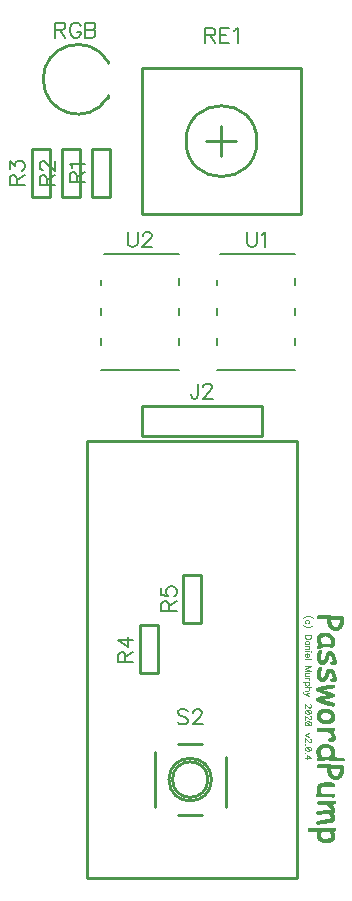
<source format=gbr>
G04 DipTrace 3.3.1.3*
G04 TopSilk.gbr*
%MOIN*%
G04 #@! TF.FileFunction,Legend,Top*
G04 #@! TF.Part,Single*
%ADD10C,0.009843*%
%ADD12C,0.003*%
%ADD24C,0.006*%
%ADD57C,0.00772*%
%ADD58C,0.003088*%
%FSLAX26Y26*%
G04*
G70*
G90*
G75*
G01*
G04 TopSilk*
%LPD*%
X1187469Y1931196D2*
D10*
X787434D1*
Y2031201D1*
X1187469D1*
Y1931196D1*
X679951Y2886351D2*
X619951D1*
X679951Y2726051D2*
Y2886351D1*
Y2726051D2*
X619951D1*
Y2886351D1*
X579953D2*
X519953D1*
X579953Y2726051D2*
Y2886351D1*
Y2726051D2*
X519953D1*
Y2886351D1*
X479951D2*
X419951D1*
X479951Y2726051D2*
Y2886351D1*
Y2726051D2*
X419951D1*
Y2886351D1*
X782451Y1138551D2*
X842451D1*
X782451Y1298851D2*
Y1138551D1*
Y1298851D2*
X842451D1*
Y1138551D1*
X926202Y1307300D2*
X986202D1*
X926202Y1467600D2*
Y1307300D1*
Y1467600D2*
X986202D1*
Y1307300D1*
X1316856Y2668354D2*
X789246D1*
Y3156546D1*
X1316856D1*
Y2668354D1*
X934909Y2912420D2*
G02X934909Y2912420I118142J0D01*
G01*
X1053051Y2862430D2*
Y2962470D1*
X1003042Y2912450D2*
X1103060D1*
X673377Y3057609D2*
Y3065507D1*
Y3171892D2*
Y3179790D1*
Y3057609D2*
G02X458810Y3118699I-98651J60865D01*
G01*
X673377Y3179790D2*
G03X458810Y3118699I-98651J-60865D01*
G01*
X878008Y784497D2*
G02X878008Y784497I70861J0D01*
G01*
X830751Y875052D2*
Y693942D1*
X909472Y666372D2*
X988241D1*
X1066986Y693942D2*
Y859298D1*
X988241Y902623D2*
X909472D1*
X889798Y784497D2*
G02X889798Y784497I59059J0D01*
G01*
X1298693Y2431709D2*
D24*
Y2455718D1*
Y2331696D2*
Y2355705D1*
X1038709Y2255693D2*
Y2231684D1*
Y2355705D2*
Y2331696D1*
Y2150701D2*
X1298693D1*
Y2231684D2*
Y2255693D1*
Y2536701D2*
X1049715D1*
X1038709Y2450700D2*
Y2431709D1*
X911193D2*
Y2455718D1*
Y2331696D2*
Y2355705D1*
X651209Y2255693D2*
Y2231684D1*
Y2355705D2*
Y2331696D1*
Y2150701D2*
X911193D1*
Y2231684D2*
Y2255693D1*
Y2536701D2*
X662215D1*
X651209Y2450700D2*
Y2431709D1*
X606202Y1912451D2*
D10*
X1306202D1*
Y456197D1*
X606202D1*
Y1912451D1*
X1373337Y1331701D2*
D12*
X1415337D1*
X1372138Y1330201D2*
X1451337D1*
X1371141Y1328701D2*
X1453646D1*
X1370880Y1327201D2*
X1455311D1*
X1371433Y1325701D2*
X1456539D1*
X1373012Y1324201D2*
X1456952D1*
X1374837Y1322701D2*
X1457174D1*
X1406105Y1321201D2*
X1416831D1*
X1421337D2*
X1457274D1*
X1405734Y1319701D2*
X1416779D1*
X1446837D2*
X1457314D1*
X1405345Y1318201D2*
X1416588D1*
X1446837D2*
X1457329D1*
X1405082Y1316701D2*
X1416234D1*
X1446837D2*
X1457334D1*
X1404949Y1315201D2*
X1415902D1*
X1446837D2*
X1457336D1*
X1404938Y1313701D2*
X1415832D1*
X1446837D2*
X1457337D1*
X1405103Y1312201D2*
X1416052D1*
X1446837D2*
X1457337D1*
X1405452Y1310701D2*
X1416373D1*
X1446831D2*
X1457337D1*
X1405833Y1309201D2*
X1416614D1*
X1446779D2*
X1457337D1*
X1406099Y1307701D2*
X1416796D1*
X1446588D2*
X1457331D1*
X1406290Y1306201D2*
X1417053D1*
X1446222D2*
X1457279D1*
X1406551Y1304701D2*
X1417490D1*
X1445785D2*
X1457088D1*
X1406989Y1303201D2*
X1418081D1*
X1445326D2*
X1456722D1*
X1407581Y1301701D2*
X1418764D1*
X1444770D2*
X1456285D1*
X1408258Y1300201D2*
X1419545D1*
X1444072D2*
X1455826D1*
X1408980Y1298701D2*
X1420538D1*
X1443169D2*
X1455270D1*
X1409724Y1297201D2*
X1421970D1*
X1441944D2*
X1454577D1*
X1410524Y1295701D2*
X1424137D1*
X1440143D2*
X1453733D1*
X1411468Y1294201D2*
X1427480D1*
X1437191D2*
X1452782D1*
X1412631Y1292701D2*
X1432243D1*
X1432713D2*
X1451818D1*
X1413961Y1291201D2*
X1450775D1*
X1415397Y1289701D2*
X1449510D1*
X1416984Y1288201D2*
X1447911D1*
X1418971Y1286701D2*
X1445870D1*
X1421675Y1285201D2*
X1443406D1*
X1425092Y1283701D2*
X1440673D1*
X1428837Y1282201D2*
X1437837D1*
X1388337Y1274701D2*
X1406337D1*
X1384708Y1273201D2*
X1409274D1*
X1381534Y1271701D2*
X1412023D1*
X1378978Y1270201D2*
X1414414D1*
X1377072Y1268701D2*
X1416420D1*
X1375700Y1267201D2*
X1418165D1*
X1374661Y1265701D2*
X1419771D1*
X1373793Y1264201D2*
X1393195D1*
X1401479D2*
X1421307D1*
X1373049Y1262701D2*
X1389575D1*
X1405106D2*
X1422770D1*
X1372471Y1261201D2*
X1386740D1*
X1407999D2*
X1424079D1*
X1372075Y1259701D2*
X1384740D1*
X1410243D2*
X1425163D1*
X1371712Y1258201D2*
X1383275D1*
X1412040D2*
X1426035D1*
X1371277Y1256701D2*
X1382732D1*
X1413491D2*
X1426717D1*
X1370862Y1255201D2*
X1382279D1*
X1414637D2*
X1427276D1*
X1370588Y1253701D2*
X1381808D1*
X1415577D2*
X1427816D1*
X1370451Y1252201D2*
X1381430D1*
X1416405D2*
X1428280D1*
X1370439Y1250701D2*
X1381341D1*
X1417134D2*
X1428574D1*
X1370603Y1249201D2*
X1381555D1*
X1417701D2*
X1428725D1*
X1370958Y1247701D2*
X1381880D1*
X1418042D2*
X1428793D1*
X1371391Y1246201D2*
X1382167D1*
X1418213D2*
X1428821D1*
X1371849Y1244701D2*
X1382493D1*
X1418289D2*
X1428831D1*
X1372399Y1243201D2*
X1382971D1*
X1418319D2*
X1428835D1*
X1373044Y1241701D2*
X1383648D1*
X1418331D2*
X1428831D1*
X1373744Y1240201D2*
X1384488D1*
X1418335D2*
X1428778D1*
X1374463Y1238701D2*
X1386477D1*
X1418337D2*
X1428587D1*
X1375093Y1237201D2*
X1389366D1*
X1392837D2*
X1428222D1*
X1375579Y1235701D2*
X1427785D1*
X1375327Y1234201D2*
X1427326D1*
X1374405Y1232701D2*
X1426769D1*
X1373385Y1231201D2*
X1426072D1*
X1372435Y1229701D2*
X1425175D1*
X1371680Y1228201D2*
X1424033D1*
X1371121Y1226701D2*
X1388570D1*
X1415337D2*
X1422719D1*
X1371355Y1225201D2*
X1384455D1*
X1419837D2*
X1421337D1*
X1372281Y1223701D2*
X1380405D1*
X1373337Y1222201D2*
X1376337D1*
X1377837Y1216201D2*
X1385337D1*
X1376575Y1214701D2*
X1386024D1*
X1375505Y1213201D2*
X1386396D1*
X1374638Y1211701D2*
X1386522D1*
X1407837D2*
X1418337D1*
X1373957Y1210201D2*
X1385949D1*
X1405883D2*
X1420524D1*
X1373399Y1208701D2*
X1385163D1*
X1404382D2*
X1422402D1*
X1372858Y1207201D2*
X1384333D1*
X1403296D2*
X1423923D1*
X1372388Y1205701D2*
X1383577D1*
X1402519D2*
X1425108D1*
X1372042Y1204201D2*
X1382991D1*
X1401921D2*
X1426065D1*
X1371700Y1202701D2*
X1382634D1*
X1401366D2*
X1426900D1*
X1371273Y1201201D2*
X1382406D1*
X1400891D2*
X1410780D1*
X1415331D2*
X1427638D1*
X1370860Y1199701D2*
X1382137D1*
X1400543D2*
X1410588D1*
X1416773D2*
X1428259D1*
X1370588Y1198201D2*
X1381747D1*
X1400200D2*
X1410228D1*
X1418029D2*
X1428791D1*
X1370445Y1196701D2*
X1381356D1*
X1399773D2*
X1409838D1*
X1418973D2*
X1429328D1*
X1370380Y1195201D2*
X1381143D1*
X1399354D2*
X1409523D1*
X1419670D2*
X1429841D1*
X1370359Y1193701D2*
X1381193D1*
X1399029D2*
X1409193D1*
X1420280D2*
X1430324D1*
X1370402Y1192201D2*
X1381489D1*
X1398695D2*
X1408764D1*
X1420823D2*
X1430834D1*
X1370589Y1190701D2*
X1381853D1*
X1398265D2*
X1408301D1*
X1421318D2*
X1431292D1*
X1370947Y1189201D2*
X1382157D1*
X1397795D2*
X1407838D1*
X1421838D2*
X1431635D1*
X1371337Y1187701D2*
X1382489D1*
X1397268D2*
X1407330D1*
X1422345D2*
X1431975D1*
X1371651Y1186201D2*
X1382987D1*
X1396440D2*
X1406828D1*
X1422826D2*
X1432408D1*
X1371987Y1184701D2*
X1383636D1*
X1395275D2*
X1406342D1*
X1423335D2*
X1432873D1*
X1372463Y1183201D2*
X1385014D1*
X1392458D2*
X1405775D1*
X1423791D2*
X1433336D1*
X1373071Y1181701D2*
X1387944D1*
X1388501D2*
X1405073D1*
X1424104D2*
X1433839D1*
X1373760Y1180201D2*
X1404175D1*
X1424337D2*
X1434288D1*
X1374537Y1178701D2*
X1403032D1*
X1420823D2*
X1434577D1*
X1375479Y1177201D2*
X1401703D1*
X1417927D2*
X1434720D1*
X1376695Y1175701D2*
X1400224D1*
X1416473D2*
X1434711D1*
X1378256Y1174201D2*
X1398524D1*
X1415972D2*
X1434553D1*
X1380190Y1172701D2*
X1396523D1*
X1416272D2*
X1433456D1*
X1382337Y1171201D2*
X1394337D1*
X1417244D2*
X1430642D1*
X1418337Y1169701D2*
X1427337D1*
X1377837Y1159201D2*
X1385337D1*
X1376575Y1157701D2*
X1386024D1*
X1375505Y1156201D2*
X1386396D1*
X1374638Y1154701D2*
X1386522D1*
X1407837D2*
X1418337D1*
X1373957Y1153201D2*
X1385949D1*
X1405883D2*
X1420524D1*
X1373399Y1151701D2*
X1385163D1*
X1404382D2*
X1422402D1*
X1372858Y1150201D2*
X1384333D1*
X1403296D2*
X1423923D1*
X1372388Y1148701D2*
X1383577D1*
X1402519D2*
X1425108D1*
X1372042Y1147201D2*
X1382991D1*
X1401921D2*
X1426065D1*
X1371700Y1145701D2*
X1382634D1*
X1401366D2*
X1426900D1*
X1371273Y1144201D2*
X1382406D1*
X1400891D2*
X1410780D1*
X1415331D2*
X1427638D1*
X1370860Y1142701D2*
X1382137D1*
X1400543D2*
X1410588D1*
X1416773D2*
X1428259D1*
X1370588Y1141201D2*
X1381747D1*
X1400200D2*
X1410228D1*
X1418029D2*
X1428791D1*
X1370445Y1139701D2*
X1381356D1*
X1399773D2*
X1409838D1*
X1418973D2*
X1429328D1*
X1370380Y1138201D2*
X1381143D1*
X1399354D2*
X1409523D1*
X1419670D2*
X1429841D1*
X1370359Y1136701D2*
X1381193D1*
X1399029D2*
X1409193D1*
X1420280D2*
X1430324D1*
X1370402Y1135201D2*
X1381489D1*
X1398695D2*
X1408764D1*
X1420823D2*
X1430834D1*
X1370589Y1133701D2*
X1381853D1*
X1398265D2*
X1408301D1*
X1421318D2*
X1431292D1*
X1370947Y1132201D2*
X1382157D1*
X1397795D2*
X1407838D1*
X1421838D2*
X1431635D1*
X1371337Y1130701D2*
X1382489D1*
X1397268D2*
X1407330D1*
X1422345D2*
X1431975D1*
X1371651Y1129201D2*
X1382987D1*
X1396440D2*
X1406828D1*
X1422826D2*
X1432408D1*
X1371987Y1127701D2*
X1383636D1*
X1395275D2*
X1406342D1*
X1423335D2*
X1432873D1*
X1372463Y1126201D2*
X1385014D1*
X1392458D2*
X1405775D1*
X1423791D2*
X1433336D1*
X1373071Y1124701D2*
X1387944D1*
X1388501D2*
X1405073D1*
X1424104D2*
X1433839D1*
X1373760Y1123201D2*
X1404175D1*
X1424337D2*
X1434288D1*
X1374537Y1121701D2*
X1403032D1*
X1420823D2*
X1434577D1*
X1375479Y1120201D2*
X1401703D1*
X1417927D2*
X1434720D1*
X1376695Y1118701D2*
X1400224D1*
X1416473D2*
X1434711D1*
X1378256Y1117201D2*
X1398524D1*
X1415972D2*
X1434553D1*
X1380190Y1115701D2*
X1396523D1*
X1416272D2*
X1433456D1*
X1382337Y1114201D2*
X1394337D1*
X1417244D2*
X1430642D1*
X1418337Y1112701D2*
X1427337D1*
X1415337Y1100701D2*
X1427337D1*
X1405777Y1099201D2*
X1428030D1*
X1396906Y1097701D2*
X1428455D1*
X1389168Y1096201D2*
X1428602D1*
X1382785Y1094701D2*
X1428547D1*
X1377749Y1093201D2*
X1427491D1*
X1374002Y1091701D2*
X1423403D1*
X1371359Y1090201D2*
X1416741D1*
X1369319Y1088701D2*
X1408050D1*
X1368412Y1087201D2*
X1399255D1*
X1368462Y1085701D2*
X1391792D1*
X1369441Y1084201D2*
X1385337D1*
X1370885Y1082701D2*
X1389894D1*
X1372913Y1081201D2*
X1394587D1*
X1375595Y1079701D2*
X1399446D1*
X1378885Y1078201D2*
X1404337D1*
X1382575Y1076701D2*
X1409145D1*
X1386420Y1075201D2*
X1413911D1*
X1390360Y1073701D2*
X1418520D1*
X1394342Y1072201D2*
X1422513D1*
X1398154Y1070701D2*
X1425433D1*
X1401500Y1069201D2*
X1427549D1*
X1404148Y1067701D2*
X1428216D1*
X1406337Y1066201D2*
X1428636D1*
X1397297Y1064701D2*
X1428548D1*
X1389375Y1063201D2*
X1427760D1*
X1382878Y1061701D2*
X1425134D1*
X1377788Y1060201D2*
X1420934D1*
X1374017Y1058701D2*
X1415039D1*
X1371358Y1057201D2*
X1407809D1*
X1369297Y1055701D2*
X1399691D1*
X1368230Y1054201D2*
X1391099D1*
X1367862Y1052701D2*
X1382337D1*
X1368208Y1051201D2*
X1385753D1*
X1368960Y1049701D2*
X1390067D1*
X1370218Y1048201D2*
X1395320D1*
X1372029Y1046701D2*
X1401242D1*
X1374463Y1045201D2*
X1407431D1*
X1377629Y1043701D2*
X1413492D1*
X1381462Y1042201D2*
X1418988D1*
X1385822Y1040701D2*
X1423325D1*
X1390598Y1039201D2*
X1426636D1*
X1395677Y1037701D2*
X1427975D1*
X1401027Y1036201D2*
X1428502D1*
X1406652Y1034701D2*
X1428525D1*
X1412468Y1033201D2*
X1427900D1*
X1418385Y1031701D2*
X1426950D1*
X1424337Y1030201D2*
X1425837D1*
X1391337Y1021201D2*
X1404837D1*
X1387708Y1019701D2*
X1409159D1*
X1384528Y1018201D2*
X1412776D1*
X1381919Y1016701D2*
X1415649D1*
X1379816Y1015201D2*
X1417987D1*
X1378038Y1013701D2*
X1419979D1*
X1376470Y1012201D2*
X1421633D1*
X1375120Y1010701D2*
X1423010D1*
X1374020Y1009201D2*
X1390132D1*
X1405748D2*
X1424210D1*
X1373142Y1007701D2*
X1387761D1*
X1409002D2*
X1425230D1*
X1372458Y1006201D2*
X1385817D1*
X1411501D2*
X1426113D1*
X1371899Y1004701D2*
X1384317D1*
X1413436D2*
X1426918D1*
X1371358Y1003201D2*
X1383268D1*
X1414949D2*
X1427639D1*
X1370894Y1001701D2*
X1382529D1*
X1416115D2*
X1428202D1*
X1370601Y1000201D2*
X1381915D1*
X1417012D2*
X1428542D1*
X1370455Y998701D2*
X1381471D1*
X1417653D2*
X1428713D1*
X1370440Y997201D2*
X1381231D1*
X1418024D2*
X1428789D1*
X1370604Y995701D2*
X1381535D1*
X1418207D2*
X1428819D1*
X1370952Y994201D2*
X1381933D1*
X1418281D2*
X1428831D1*
X1371339Y992701D2*
X1382416D1*
X1418254D2*
X1428835D1*
X1371652Y991201D2*
X1383108D1*
X1418016D2*
X1428831D1*
X1371987Y989701D2*
X1384023D1*
X1417406D2*
X1428778D1*
X1372469Y988201D2*
X1385135D1*
X1416355D2*
X1428582D1*
X1373129Y986701D2*
X1386514D1*
X1414851D2*
X1428164D1*
X1374010Y985201D2*
X1388101D1*
X1412853D2*
X1427529D1*
X1375146Y983701D2*
X1389723D1*
X1410438D2*
X1426659D1*
X1376472Y982201D2*
X1425526D1*
X1377952Y980701D2*
X1424201D1*
X1379676Y979201D2*
X1422716D1*
X1381830Y977701D2*
X1420942D1*
X1384549Y976201D2*
X1418618D1*
X1387804Y974701D2*
X1415651D1*
X1391337Y973201D2*
X1412337D1*
X1373337Y956701D2*
X1425837D1*
X1372138Y955201D2*
X1427222D1*
X1371141Y953701D2*
X1428248D1*
X1370833Y952201D2*
X1428480D1*
X1371088Y950701D2*
X1428485D1*
X1371458Y949201D2*
X1427508D1*
X1371837Y947701D2*
X1425415D1*
X1406274Y946201D2*
X1423294D1*
X1409023Y944701D2*
X1421337D1*
X1411408Y943201D2*
X1422780D1*
X1413362Y941701D2*
X1424082D1*
X1414915Y940201D2*
X1425170D1*
X1416156Y938701D2*
X1426088D1*
X1417255Y937201D2*
X1426914D1*
X1418265Y935701D2*
X1427694D1*
X1419075Y934201D2*
X1428451D1*
X1419711Y932701D2*
X1429151D1*
X1420290Y931201D2*
X1429707D1*
X1420770Y929701D2*
X1430044D1*
X1421071Y928201D2*
X1430214D1*
X1421233Y926701D2*
X1430289D1*
X1421337Y925201D2*
X1430319D1*
X1415413Y923701D2*
X1430331D1*
X1411122Y922201D2*
X1430329D1*
X1408100Y920701D2*
X1430266D1*
X1406822Y919201D2*
X1430109D1*
X1407282Y917701D2*
X1429303D1*
X1408569Y916201D2*
X1426997D1*
X1410318Y914701D2*
X1423707D1*
X1412337Y913201D2*
X1419837D1*
X1389837Y902701D2*
X1406337D1*
X1386208Y901201D2*
X1409973D1*
X1383028Y899701D2*
X1413205D1*
X1380419Y898201D2*
X1416005D1*
X1378322Y896701D2*
X1418462D1*
X1376591Y895201D2*
X1420577D1*
X1375167Y893701D2*
X1422268D1*
X1374032Y892201D2*
X1390132D1*
X1407768D2*
X1423590D1*
X1373096Y890701D2*
X1387761D1*
X1410465D2*
X1424728D1*
X1372269Y889201D2*
X1385811D1*
X1412659D2*
X1425755D1*
X1371540Y887701D2*
X1384264D1*
X1414253D2*
X1426572D1*
X1370968Y886201D2*
X1383077D1*
X1415416D2*
X1427210D1*
X1370574Y884701D2*
X1382169D1*
X1416342D2*
X1427789D1*
X1370212Y883201D2*
X1381518D1*
X1417111D2*
X1428270D1*
X1369777Y881701D2*
X1381093D1*
X1417692D2*
X1428570D1*
X1369362Y880201D2*
X1380718D1*
X1418039D2*
X1428724D1*
X1369088Y878701D2*
X1380285D1*
X1418212D2*
X1428793D1*
X1368951Y877201D2*
X1379921D1*
X1418288D2*
X1428821D1*
X1368939Y875701D2*
X1379838D1*
X1418319D2*
X1428831D1*
X1369103Y874201D2*
X1380060D1*
X1418331D2*
X1428835D1*
X1369458Y872701D2*
X1380432D1*
X1418329D2*
X1428837D1*
X1369891Y871201D2*
X1380864D1*
X1418272D2*
X1428831D1*
X1370349Y869701D2*
X1381411D1*
X1418029D2*
X1428779D1*
X1370899Y868201D2*
X1382099D1*
X1417467D2*
X1428582D1*
X1371544Y866701D2*
X1382942D1*
X1416612D2*
X1428164D1*
X1372244Y865201D2*
X1383893D1*
X1415524D2*
X1427530D1*
X1372963Y863701D2*
X1384856D1*
X1414155D2*
X1426663D1*
X1373593Y862201D2*
X1385889D1*
X1412572D2*
X1425557D1*
X1374079Y860701D2*
X1387073D1*
X1410950D2*
X1424337D1*
X1373827Y859201D2*
X1431837D1*
X1372911Y857701D2*
X1455837D1*
X1371949Y856201D2*
X1457735D1*
X1371093Y854701D2*
X1459262D1*
X1370864Y853201D2*
X1459818D1*
X1371428Y851701D2*
X1460118D1*
X1373010Y850201D2*
X1395837D1*
X1410837D2*
X1460257D1*
X1374837Y848701D2*
X1376337D1*
X1433337D2*
X1460337D1*
X1373337Y835201D2*
X1415337D1*
X1372138Y833701D2*
X1451337D1*
X1371141Y832201D2*
X1453646D1*
X1370880Y830701D2*
X1455311D1*
X1371433Y829201D2*
X1456539D1*
X1373012Y827701D2*
X1456952D1*
X1374837Y826201D2*
X1457174D1*
X1406105Y824701D2*
X1416831D1*
X1421337D2*
X1457274D1*
X1405734Y823201D2*
X1416779D1*
X1446837D2*
X1457314D1*
X1405345Y821701D2*
X1416588D1*
X1446837D2*
X1457329D1*
X1405082Y820201D2*
X1416234D1*
X1446837D2*
X1457334D1*
X1404949Y818701D2*
X1415902D1*
X1446837D2*
X1457336D1*
X1404938Y817201D2*
X1415832D1*
X1446837D2*
X1457337D1*
X1405103Y815701D2*
X1416052D1*
X1446837D2*
X1457337D1*
X1405452Y814201D2*
X1416373D1*
X1446831D2*
X1457337D1*
X1405833Y812701D2*
X1416614D1*
X1446779D2*
X1457337D1*
X1406099Y811201D2*
X1416796D1*
X1446588D2*
X1457331D1*
X1406290Y809701D2*
X1417053D1*
X1446222D2*
X1457279D1*
X1406551Y808201D2*
X1417490D1*
X1445785D2*
X1457088D1*
X1406989Y806701D2*
X1418081D1*
X1445326D2*
X1456722D1*
X1407581Y805201D2*
X1418764D1*
X1444770D2*
X1456285D1*
X1408258Y803701D2*
X1419545D1*
X1444072D2*
X1455826D1*
X1408980Y802201D2*
X1420538D1*
X1443169D2*
X1455270D1*
X1409724Y800701D2*
X1421970D1*
X1441944D2*
X1454577D1*
X1410524Y799201D2*
X1424137D1*
X1440143D2*
X1453733D1*
X1411468Y797701D2*
X1427480D1*
X1437191D2*
X1452782D1*
X1412631Y796201D2*
X1432243D1*
X1432713D2*
X1451818D1*
X1413961Y794701D2*
X1450775D1*
X1415397Y793201D2*
X1449510D1*
X1416984Y791701D2*
X1447911D1*
X1418971Y790201D2*
X1445870D1*
X1421675Y788701D2*
X1443406D1*
X1425092Y787201D2*
X1440673D1*
X1428837Y785701D2*
X1437837D1*
X1397337Y775201D2*
X1416837D1*
X1389046Y773701D2*
X1422017D1*
X1382888Y772201D2*
X1426097D1*
X1378878Y770701D2*
X1427770D1*
X1376413Y769201D2*
X1428429D1*
X1374771Y767701D2*
X1428501D1*
X1373546Y766201D2*
X1427889D1*
X1372698Y764701D2*
X1426946D1*
X1372170Y763201D2*
X1388990D1*
X1422837D2*
X1425837D1*
X1371749Y761701D2*
X1385980D1*
X1371291Y760201D2*
X1383724D1*
X1370867Y758701D2*
X1382770D1*
X1370590Y757201D2*
X1382019D1*
X1370446Y755701D2*
X1381512D1*
X1370386Y754201D2*
X1381239D1*
X1370412Y752701D2*
X1381533D1*
X1370593Y751201D2*
X1381869D1*
X1370948Y749701D2*
X1382108D1*
X1371337Y748201D2*
X1382237D1*
X1371651Y746701D2*
X1382303D1*
X1371981Y745201D2*
X1382381D1*
X1372393Y743701D2*
X1382582D1*
X1372692Y742201D2*
X1382945D1*
X1372749Y740701D2*
X1383334D1*
X1371760Y739201D2*
X1383619D1*
X1370463Y737701D2*
X1425837D1*
X1369218Y736201D2*
X1427222D1*
X1368176Y734701D2*
X1428248D1*
X1367869Y733201D2*
X1428498D1*
X1368379Y731701D2*
X1428555D1*
X1369265Y730201D2*
X1427913D1*
X1370337Y728701D2*
X1426955D1*
X1422837Y727201D2*
X1425837D1*
X1374837Y713701D2*
X1430337D1*
X1373226Y712201D2*
X1431716D1*
X1372046Y710701D2*
X1432724D1*
X1371207Y709201D2*
X1432912D1*
X1371237Y707701D2*
X1432267D1*
X1372025Y706201D2*
X1428859D1*
X1373276Y704701D2*
X1422929D1*
X1374837Y703201D2*
X1376337D1*
X1394363D2*
X1415337D1*
X1400250Y701701D2*
X1417350D1*
X1404261Y700201D2*
X1419297D1*
X1406979Y698701D2*
X1421075D1*
X1409006Y697201D2*
X1422669D1*
X1410716Y695701D2*
X1424044D1*
X1412289Y694201D2*
X1425206D1*
X1413764Y692701D2*
X1426273D1*
X1415077Y691201D2*
X1427266D1*
X1416163Y689701D2*
X1428019D1*
X1417044Y688201D2*
X1428462D1*
X1417748Y686701D2*
X1428681D1*
X1418337Y685201D2*
X1428777D1*
X1413837Y683701D2*
X1428809D1*
X1391337Y682201D2*
X1428765D1*
X1371837Y680701D2*
X1428520D1*
X1370221Y679201D2*
X1427907D1*
X1368993Y677701D2*
X1426857D1*
X1368049Y676201D2*
X1425371D1*
X1367818Y674701D2*
X1423468D1*
X1368355Y673201D2*
X1421337D1*
X1369256Y671701D2*
X1392837D1*
X1410780D2*
X1422831D1*
X1370337Y670201D2*
X1380837D1*
X1412088D2*
X1424279D1*
X1413222Y668701D2*
X1425582D1*
X1414285Y667201D2*
X1426664D1*
X1415326Y665701D2*
X1427529D1*
X1416270Y664201D2*
X1428159D1*
X1417072Y662701D2*
X1428526D1*
X1417669Y661201D2*
X1428707D1*
X1417961Y659701D2*
X1428787D1*
X1418021Y658201D2*
X1428819D1*
X1417272Y656701D2*
X1428831D1*
X1414680Y655201D2*
X1428829D1*
X1410109Y653701D2*
X1428778D1*
X1402920Y652201D2*
X1428576D1*
X1393769Y650701D2*
X1428105D1*
X1384555Y649201D2*
X1427274D1*
X1377168Y647701D2*
X1425962D1*
X1372324Y646201D2*
X1423949D1*
X1369082Y644701D2*
X1420649D1*
X1367805Y643201D2*
X1415207D1*
X1368145Y641701D2*
X1407363D1*
X1368695Y640201D2*
X1397591D1*
X1369452Y638701D2*
X1386513D1*
X1370337Y637201D2*
X1374837D1*
X1398837Y623701D2*
X1430337D1*
X1340337Y622201D2*
X1431722D1*
X1340337Y620701D2*
X1432748D1*
X1340343Y619201D2*
X1433094D1*
X1340400Y617701D2*
X1432938D1*
X1340632Y616201D2*
X1431535D1*
X1341145Y614701D2*
X1427566D1*
X1341837Y613201D2*
X1422837D1*
X1371837Y611701D2*
X1384132D1*
X1412105D2*
X1424100D1*
X1371831Y610201D2*
X1383255D1*
X1413228D2*
X1425169D1*
X1371779Y608701D2*
X1382747D1*
X1414287D2*
X1426037D1*
X1371588Y607201D2*
X1382450D1*
X1415327D2*
X1426718D1*
X1371228Y605701D2*
X1382154D1*
X1416270D2*
X1427276D1*
X1370844Y604201D2*
X1381752D1*
X1417072D2*
X1427816D1*
X1370582Y602701D2*
X1381358D1*
X1417675D2*
X1428280D1*
X1370449Y601201D2*
X1381144D1*
X1418032D2*
X1428574D1*
X1370438Y599701D2*
X1381194D1*
X1418209D2*
X1428725D1*
X1370603Y598201D2*
X1381495D1*
X1418287D2*
X1428793D1*
X1370952Y596701D2*
X1381911D1*
X1418313D2*
X1428821D1*
X1371339Y595201D2*
X1382412D1*
X1418266D2*
X1428831D1*
X1371652Y593701D2*
X1383163D1*
X1418009D2*
X1428829D1*
X1371987Y592201D2*
X1384289D1*
X1417508D2*
X1428778D1*
X1372469Y590701D2*
X1385954D1*
X1416042D2*
X1428581D1*
X1373129Y589201D2*
X1388638D1*
X1412304D2*
X1428164D1*
X1374010Y587701D2*
X1392994D1*
X1406332D2*
X1427529D1*
X1375146Y586201D2*
X1399180D1*
X1397951D2*
X1426659D1*
X1376472Y584701D2*
X1425520D1*
X1377952Y583201D2*
X1424137D1*
X1379676Y581701D2*
X1422402D1*
X1381830Y580201D2*
X1420019D1*
X1384549Y578701D2*
X1416703D1*
X1387804Y577201D2*
X1412492D1*
X1391337Y575701D2*
X1407837D1*
X1373337Y1331701D2*
X1372138Y1330201D1*
X1371141Y1328701D1*
X1370880Y1327201D1*
X1371433Y1325701D1*
X1373012Y1324201D1*
X1374837Y1322701D1*
X1415337Y1331701D2*
Y1330201D1*
X1451337D2*
X1453646Y1328701D1*
X1455311Y1327201D1*
X1456539Y1325701D1*
X1456952Y1324201D1*
X1457174Y1322701D1*
X1457274Y1321201D1*
X1457314Y1319701D1*
X1457329Y1318201D1*
X1457334Y1316701D1*
X1457336Y1315201D1*
X1457337Y1313701D1*
Y1312201D1*
Y1310701D1*
Y1309201D1*
X1457331Y1307701D1*
X1457279Y1306201D1*
X1457088Y1304701D1*
X1456722Y1303201D1*
X1456285Y1301701D1*
X1455826Y1300201D1*
X1455270Y1298701D1*
X1454577Y1297201D1*
X1453733Y1295701D1*
X1452782Y1294201D1*
X1451818Y1292701D1*
X1450775Y1291201D1*
X1449510Y1289701D1*
X1447911Y1288201D1*
X1445870Y1286701D1*
X1443406Y1285201D1*
X1440673Y1283701D1*
X1437837Y1282201D1*
X1406337Y1322701D2*
X1406105Y1321201D1*
X1405734Y1319701D1*
X1405345Y1318201D1*
X1405082Y1316701D1*
X1404949Y1315201D1*
X1404938Y1313701D1*
X1405103Y1312201D1*
X1405452Y1310701D1*
X1405833Y1309201D1*
X1406099Y1307701D1*
X1406290Y1306201D1*
X1406551Y1304701D1*
X1406989Y1303201D1*
X1407581Y1301701D1*
X1408258Y1300201D1*
X1408980Y1298701D1*
X1409724Y1297201D1*
X1410524Y1295701D1*
X1411468Y1294201D1*
X1412631Y1292701D1*
X1413961Y1291201D1*
X1415397Y1289701D1*
X1416984Y1288201D1*
X1418971Y1286701D1*
X1421675Y1285201D1*
X1425092Y1283701D1*
X1428837Y1282201D1*
X1416837Y1322701D2*
X1416831Y1321201D1*
X1416779Y1319701D1*
X1416588Y1318201D1*
X1416234Y1316701D1*
X1415902Y1315201D1*
X1415832Y1313701D1*
X1416052Y1312201D1*
X1416373Y1310701D1*
X1416614Y1309201D1*
X1416796Y1307701D1*
X1417053Y1306201D1*
X1417490Y1304701D1*
X1418081Y1303201D1*
X1418764Y1301701D1*
X1419545Y1300201D1*
X1420538Y1298701D1*
X1421970Y1297201D1*
X1424137Y1295701D1*
X1427480Y1294201D1*
X1432243Y1292701D1*
X1437837Y1291201D1*
X1419837Y1322701D2*
X1421337Y1321201D1*
X1446837D2*
Y1319701D1*
Y1318201D1*
Y1316701D1*
Y1315201D1*
Y1313701D1*
Y1312201D1*
X1446831Y1310701D1*
X1446779Y1309201D1*
X1446588Y1307701D1*
X1446222Y1306201D1*
X1445785Y1304701D1*
X1445326Y1303201D1*
X1444770Y1301701D1*
X1444072Y1300201D1*
X1443169Y1298701D1*
X1441944Y1297201D1*
X1440143Y1295701D1*
X1437191Y1294201D1*
X1432713Y1292701D1*
X1427337Y1291201D1*
X1388337Y1274701D2*
X1384708Y1273201D1*
X1381534Y1271701D1*
X1378978Y1270201D1*
X1377072Y1268701D1*
X1375700Y1267201D1*
X1374661Y1265701D1*
X1373793Y1264201D1*
X1373049Y1262701D1*
X1372471Y1261201D1*
X1372075Y1259701D1*
X1371712Y1258201D1*
X1371277Y1256701D1*
X1370862Y1255201D1*
X1370588Y1253701D1*
X1370451Y1252201D1*
X1370439Y1250701D1*
X1370603Y1249201D1*
X1370958Y1247701D1*
X1371391Y1246201D1*
X1371849Y1244701D1*
X1372399Y1243201D1*
X1373044Y1241701D1*
X1373744Y1240201D1*
X1374463Y1238701D1*
X1375093Y1237201D1*
X1375579Y1235701D1*
X1375327Y1234201D1*
X1374405Y1232701D1*
X1373385Y1231201D1*
X1372435Y1229701D1*
X1371680Y1228201D1*
X1371121Y1226701D1*
X1371355Y1225201D1*
X1372281Y1223701D1*
X1373337Y1222201D1*
X1406337Y1274701D2*
X1409274Y1273201D1*
X1412023Y1271701D1*
X1414414Y1270201D1*
X1416420Y1268701D1*
X1418165Y1267201D1*
X1419771Y1265701D1*
X1421307Y1264201D1*
X1422770Y1262701D1*
X1424079Y1261201D1*
X1425163Y1259701D1*
X1426035Y1258201D1*
X1426717Y1256701D1*
X1427276Y1255201D1*
X1427816Y1253701D1*
X1428280Y1252201D1*
X1428574Y1250701D1*
X1428725Y1249201D1*
X1428793Y1247701D1*
X1428821Y1246201D1*
X1428831Y1244701D1*
X1428835Y1243201D1*
X1428831Y1241701D1*
X1428778Y1240201D1*
X1428587Y1238701D1*
X1428222Y1237201D1*
X1427785Y1235701D1*
X1427326Y1234201D1*
X1426769Y1232701D1*
X1426072Y1231201D1*
X1425175Y1229701D1*
X1424033Y1228201D1*
X1422719Y1226701D1*
X1421337Y1225201D1*
X1397337Y1265701D2*
X1393195Y1264201D1*
X1389575Y1262701D1*
X1386740Y1261201D1*
X1384740Y1259701D1*
X1383275Y1258201D1*
X1382732Y1256701D1*
X1382279Y1255201D1*
X1381808Y1253701D1*
X1381430Y1252201D1*
X1381341Y1250701D1*
X1381555Y1249201D1*
X1381880Y1247701D1*
X1382167Y1246201D1*
X1382493Y1244701D1*
X1382971Y1243201D1*
X1383648Y1241701D1*
X1384488Y1240201D1*
X1386477Y1238701D1*
X1389366Y1237201D1*
X1392837Y1235701D1*
X1397337Y1265701D2*
X1401479Y1264201D1*
X1405106Y1262701D1*
X1407999Y1261201D1*
X1410243Y1259701D1*
X1412040Y1258201D1*
X1413491Y1256701D1*
X1414637Y1255201D1*
X1415577Y1253701D1*
X1416405Y1252201D1*
X1417134Y1250701D1*
X1417701Y1249201D1*
X1418042Y1247701D1*
X1418213Y1246201D1*
X1418289Y1244701D1*
X1418319Y1243201D1*
X1418331Y1241701D1*
X1418335Y1240201D1*
X1418337Y1238701D1*
Y1237201D1*
X1392837D2*
X1391337Y1235701D1*
X1392837Y1228201D2*
X1388570Y1226701D1*
X1384455Y1225201D1*
X1380405Y1223701D1*
X1376337Y1222201D1*
X1410837Y1228201D2*
X1415337Y1226701D1*
X1419837Y1225201D1*
X1377837Y1216201D2*
X1376575Y1214701D1*
X1375505Y1213201D1*
X1374638Y1211701D1*
X1373957Y1210201D1*
X1373399Y1208701D1*
X1372858Y1207201D1*
X1372388Y1205701D1*
X1372042Y1204201D1*
X1371700Y1202701D1*
X1371273Y1201201D1*
X1370860Y1199701D1*
X1370588Y1198201D1*
X1370445Y1196701D1*
X1370380Y1195201D1*
X1370359Y1193701D1*
X1370402Y1192201D1*
X1370589Y1190701D1*
X1370947Y1189201D1*
X1371337Y1187701D1*
X1371651Y1186201D1*
X1371987Y1184701D1*
X1372463Y1183201D1*
X1373071Y1181701D1*
X1373760Y1180201D1*
X1374537Y1178701D1*
X1375479Y1177201D1*
X1376695Y1175701D1*
X1378256Y1174201D1*
X1380190Y1172701D1*
X1382337Y1171201D1*
X1385337Y1216201D2*
X1386024Y1214701D1*
X1386396Y1213201D1*
X1386522Y1211701D1*
X1385949Y1210201D1*
X1385163Y1208701D1*
X1384333Y1207201D1*
X1383577Y1205701D1*
X1382991Y1204201D1*
X1382634Y1202701D1*
X1382406Y1201201D1*
X1382137Y1199701D1*
X1381747Y1198201D1*
X1381356Y1196701D1*
X1381143Y1195201D1*
X1381193Y1193701D1*
X1381489Y1192201D1*
X1381853Y1190701D1*
X1382157Y1189201D1*
X1382489Y1187701D1*
X1382987Y1186201D1*
X1383636Y1184701D1*
X1385014Y1183201D1*
X1387944Y1181701D1*
X1391337Y1180201D1*
X1407837Y1211701D2*
X1405883Y1210201D1*
X1404382Y1208701D1*
X1403296Y1207201D1*
X1402519Y1205701D1*
X1401921Y1204201D1*
X1401366Y1202701D1*
X1400891Y1201201D1*
X1400543Y1199701D1*
X1400200Y1198201D1*
X1399773Y1196701D1*
X1399354Y1195201D1*
X1399029Y1193701D1*
X1398695Y1192201D1*
X1398265Y1190701D1*
X1397795Y1189201D1*
X1397268Y1187701D1*
X1396440Y1186201D1*
X1395275Y1184701D1*
X1392458Y1183201D1*
X1388501Y1181701D1*
X1383837Y1180201D1*
X1418337Y1211701D2*
X1420524Y1210201D1*
X1422402Y1208701D1*
X1423923Y1207201D1*
X1425108Y1205701D1*
X1426065Y1204201D1*
X1426900Y1202701D1*
X1427638Y1201201D1*
X1428259Y1199701D1*
X1428791Y1198201D1*
X1429328Y1196701D1*
X1429841Y1195201D1*
X1430324Y1193701D1*
X1430834Y1192201D1*
X1431292Y1190701D1*
X1431635Y1189201D1*
X1431975Y1187701D1*
X1432408Y1186201D1*
X1432873Y1184701D1*
X1433336Y1183201D1*
X1433839Y1181701D1*
X1434288Y1180201D1*
X1434577Y1178701D1*
X1434720Y1177201D1*
X1434711Y1175701D1*
X1434553Y1174201D1*
X1433456Y1172701D1*
X1430642Y1171201D1*
X1427337Y1169701D1*
X1410837Y1202701D2*
X1410780Y1201201D1*
X1410588Y1199701D1*
X1410228Y1198201D1*
X1409838Y1196701D1*
X1409523Y1195201D1*
X1409193Y1193701D1*
X1408764Y1192201D1*
X1408301Y1190701D1*
X1407838Y1189201D1*
X1407330Y1187701D1*
X1406828Y1186201D1*
X1406342Y1184701D1*
X1405775Y1183201D1*
X1405073Y1181701D1*
X1404175Y1180201D1*
X1403032Y1178701D1*
X1401703Y1177201D1*
X1400224Y1175701D1*
X1398524Y1174201D1*
X1396523Y1172701D1*
X1394337Y1171201D1*
X1413837Y1202701D2*
X1415331Y1201201D1*
X1416773Y1199701D1*
X1418029Y1198201D1*
X1418973Y1196701D1*
X1419670Y1195201D1*
X1420280Y1193701D1*
X1420823Y1192201D1*
X1421318Y1190701D1*
X1421838Y1189201D1*
X1422345Y1187701D1*
X1422826Y1186201D1*
X1423335Y1184701D1*
X1423791Y1183201D1*
X1424104Y1181701D1*
X1424337Y1180201D1*
X1420823Y1178701D1*
X1417927Y1177201D1*
X1416473Y1175701D1*
X1415972Y1174201D1*
X1416272Y1172701D1*
X1417244Y1171201D1*
X1418337Y1169701D1*
X1377837Y1159201D2*
X1376575Y1157701D1*
X1375505Y1156201D1*
X1374638Y1154701D1*
X1373957Y1153201D1*
X1373399Y1151701D1*
X1372858Y1150201D1*
X1372388Y1148701D1*
X1372042Y1147201D1*
X1371700Y1145701D1*
X1371273Y1144201D1*
X1370860Y1142701D1*
X1370588Y1141201D1*
X1370445Y1139701D1*
X1370380Y1138201D1*
X1370359Y1136701D1*
X1370402Y1135201D1*
X1370589Y1133701D1*
X1370947Y1132201D1*
X1371337Y1130701D1*
X1371651Y1129201D1*
X1371987Y1127701D1*
X1372463Y1126201D1*
X1373071Y1124701D1*
X1373760Y1123201D1*
X1374537Y1121701D1*
X1375479Y1120201D1*
X1376695Y1118701D1*
X1378256Y1117201D1*
X1380190Y1115701D1*
X1382337Y1114201D1*
X1385337Y1159201D2*
X1386024Y1157701D1*
X1386396Y1156201D1*
X1386522Y1154701D1*
X1385949Y1153201D1*
X1385163Y1151701D1*
X1384333Y1150201D1*
X1383577Y1148701D1*
X1382991Y1147201D1*
X1382634Y1145701D1*
X1382406Y1144201D1*
X1382137Y1142701D1*
X1381747Y1141201D1*
X1381356Y1139701D1*
X1381143Y1138201D1*
X1381193Y1136701D1*
X1381489Y1135201D1*
X1381853Y1133701D1*
X1382157Y1132201D1*
X1382489Y1130701D1*
X1382987Y1129201D1*
X1383636Y1127701D1*
X1385014Y1126201D1*
X1387944Y1124701D1*
X1391337Y1123201D1*
X1407837Y1154701D2*
X1405883Y1153201D1*
X1404382Y1151701D1*
X1403296Y1150201D1*
X1402519Y1148701D1*
X1401921Y1147201D1*
X1401366Y1145701D1*
X1400891Y1144201D1*
X1400543Y1142701D1*
X1400200Y1141201D1*
X1399773Y1139701D1*
X1399354Y1138201D1*
X1399029Y1136701D1*
X1398695Y1135201D1*
X1398265Y1133701D1*
X1397795Y1132201D1*
X1397268Y1130701D1*
X1396440Y1129201D1*
X1395275Y1127701D1*
X1392458Y1126201D1*
X1388501Y1124701D1*
X1383837Y1123201D1*
X1418337Y1154701D2*
X1420524Y1153201D1*
X1422402Y1151701D1*
X1423923Y1150201D1*
X1425108Y1148701D1*
X1426065Y1147201D1*
X1426900Y1145701D1*
X1427638Y1144201D1*
X1428259Y1142701D1*
X1428791Y1141201D1*
X1429328Y1139701D1*
X1429841Y1138201D1*
X1430324Y1136701D1*
X1430834Y1135201D1*
X1431292Y1133701D1*
X1431635Y1132201D1*
X1431975Y1130701D1*
X1432408Y1129201D1*
X1432873Y1127701D1*
X1433336Y1126201D1*
X1433839Y1124701D1*
X1434288Y1123201D1*
X1434577Y1121701D1*
X1434720Y1120201D1*
X1434711Y1118701D1*
X1434553Y1117201D1*
X1433456Y1115701D1*
X1430642Y1114201D1*
X1427337Y1112701D1*
X1410837Y1145701D2*
X1410780Y1144201D1*
X1410588Y1142701D1*
X1410228Y1141201D1*
X1409838Y1139701D1*
X1409523Y1138201D1*
X1409193Y1136701D1*
X1408764Y1135201D1*
X1408301Y1133701D1*
X1407838Y1132201D1*
X1407330Y1130701D1*
X1406828Y1129201D1*
X1406342Y1127701D1*
X1405775Y1126201D1*
X1405073Y1124701D1*
X1404175Y1123201D1*
X1403032Y1121701D1*
X1401703Y1120201D1*
X1400224Y1118701D1*
X1398524Y1117201D1*
X1396523Y1115701D1*
X1394337Y1114201D1*
X1413837Y1145701D2*
X1415331Y1144201D1*
X1416773Y1142701D1*
X1418029Y1141201D1*
X1418973Y1139701D1*
X1419670Y1138201D1*
X1420280Y1136701D1*
X1420823Y1135201D1*
X1421318Y1133701D1*
X1421838Y1132201D1*
X1422345Y1130701D1*
X1422826Y1129201D1*
X1423335Y1127701D1*
X1423791Y1126201D1*
X1424104Y1124701D1*
X1424337Y1123201D1*
X1420823Y1121701D1*
X1417927Y1120201D1*
X1416473Y1118701D1*
X1415972Y1117201D1*
X1416272Y1115701D1*
X1417244Y1114201D1*
X1418337Y1112701D1*
X1415337Y1100701D2*
X1405777Y1099201D1*
X1396906Y1097701D1*
X1389168Y1096201D1*
X1382785Y1094701D1*
X1377749Y1093201D1*
X1374002Y1091701D1*
X1371359Y1090201D1*
X1369319Y1088701D1*
X1368412Y1087201D1*
X1368462Y1085701D1*
X1369441Y1084201D1*
X1370885Y1082701D1*
X1372913Y1081201D1*
X1375595Y1079701D1*
X1378885Y1078201D1*
X1382575Y1076701D1*
X1386420Y1075201D1*
X1390360Y1073701D1*
X1394342Y1072201D1*
X1398154Y1070701D1*
X1401500Y1069201D1*
X1404148Y1067701D1*
X1406337Y1066201D1*
X1397297Y1064701D1*
X1389375Y1063201D1*
X1382878Y1061701D1*
X1377788Y1060201D1*
X1374017Y1058701D1*
X1371358Y1057201D1*
X1369297Y1055701D1*
X1368230Y1054201D1*
X1367862Y1052701D1*
X1368208Y1051201D1*
X1368960Y1049701D1*
X1370218Y1048201D1*
X1372029Y1046701D1*
X1374463Y1045201D1*
X1377629Y1043701D1*
X1381462Y1042201D1*
X1385822Y1040701D1*
X1390598Y1039201D1*
X1395677Y1037701D1*
X1401027Y1036201D1*
X1406652Y1034701D1*
X1412468Y1033201D1*
X1418385Y1031701D1*
X1424337Y1030201D1*
X1427337Y1100701D2*
X1428030Y1099201D1*
X1428455Y1097701D1*
X1428602Y1096201D1*
X1428547Y1094701D1*
X1427491Y1093201D1*
X1423403Y1091701D1*
X1416741Y1090201D1*
X1408050Y1088701D1*
X1399255Y1087201D1*
X1391792Y1085701D1*
X1385337Y1084201D1*
X1389894Y1082701D1*
X1394587Y1081201D1*
X1399446Y1079701D1*
X1404337Y1078201D1*
X1409145Y1076701D1*
X1413911Y1075201D1*
X1418520Y1073701D1*
X1422513Y1072201D1*
X1425433Y1070701D1*
X1427549Y1069201D1*
X1428216Y1067701D1*
X1428636Y1066201D1*
X1428548Y1064701D1*
X1427760Y1063201D1*
X1425134Y1061701D1*
X1420934Y1060201D1*
X1415039Y1058701D1*
X1407809Y1057201D1*
X1399691Y1055701D1*
X1391099Y1054201D1*
X1382337Y1052701D1*
X1385753Y1051201D1*
X1390067Y1049701D1*
X1395320Y1048201D1*
X1401242Y1046701D1*
X1407431Y1045201D1*
X1413492Y1043701D1*
X1418988Y1042201D1*
X1423325Y1040701D1*
X1426636Y1039201D1*
X1427975Y1037701D1*
X1428502Y1036201D1*
X1428525Y1034701D1*
X1427900Y1033201D1*
X1426950Y1031701D1*
X1425837Y1030201D1*
X1391337Y1021201D2*
X1387708Y1019701D1*
X1384528Y1018201D1*
X1381919Y1016701D1*
X1379816Y1015201D1*
X1378038Y1013701D1*
X1376470Y1012201D1*
X1375120Y1010701D1*
X1374020Y1009201D1*
X1373142Y1007701D1*
X1372458Y1006201D1*
X1371899Y1004701D1*
X1371358Y1003201D1*
X1370894Y1001701D1*
X1370601Y1000201D1*
X1370455Y998701D1*
X1370440Y997201D1*
X1370604Y995701D1*
X1370952Y994201D1*
X1371339Y992701D1*
X1371652Y991201D1*
X1371987Y989701D1*
X1372469Y988201D1*
X1373129Y986701D1*
X1374010Y985201D1*
X1375146Y983701D1*
X1376472Y982201D1*
X1377952Y980701D1*
X1379676Y979201D1*
X1381830Y977701D1*
X1384549Y976201D1*
X1387804Y974701D1*
X1391337Y973201D1*
X1404837Y1021201D2*
X1409159Y1019701D1*
X1412776Y1018201D1*
X1415649Y1016701D1*
X1417987Y1015201D1*
X1419979Y1013701D1*
X1421633Y1012201D1*
X1423010Y1010701D1*
X1424210Y1009201D1*
X1425230Y1007701D1*
X1426113Y1006201D1*
X1426918Y1004701D1*
X1427639Y1003201D1*
X1428202Y1001701D1*
X1428542Y1000201D1*
X1428713Y998701D1*
X1428789Y997201D1*
X1428819Y995701D1*
X1428831Y994201D1*
X1428835Y992701D1*
X1428831Y991201D1*
X1428778Y989701D1*
X1428582Y988201D1*
X1428164Y986701D1*
X1427529Y985201D1*
X1426659Y983701D1*
X1425526Y982201D1*
X1424201Y980701D1*
X1422716Y979201D1*
X1420942Y977701D1*
X1418618Y976201D1*
X1415651Y974701D1*
X1412337Y973201D1*
X1392837Y1010701D2*
X1390132Y1009201D1*
X1387761Y1007701D1*
X1385817Y1006201D1*
X1384317Y1004701D1*
X1383268Y1003201D1*
X1382529Y1001701D1*
X1381915Y1000201D1*
X1381471Y998701D1*
X1381231Y997201D1*
X1381535Y995701D1*
X1381933Y994201D1*
X1382416Y992701D1*
X1383108Y991201D1*
X1384023Y989701D1*
X1385135Y988201D1*
X1386514Y986701D1*
X1388101Y985201D1*
X1389723Y983701D1*
X1391337Y982201D1*
X1401837Y1010701D2*
X1405748Y1009201D1*
X1409002Y1007701D1*
X1411501Y1006201D1*
X1413436Y1004701D1*
X1414949Y1003201D1*
X1416115Y1001701D1*
X1417012Y1000201D1*
X1417653Y998701D1*
X1418024Y997201D1*
X1418207Y995701D1*
X1418281Y994201D1*
X1418254Y992701D1*
X1418016Y991201D1*
X1417406Y989701D1*
X1416355Y988201D1*
X1414851Y986701D1*
X1412853Y985201D1*
X1410438Y983701D1*
X1407837Y982201D1*
X1373337Y956701D2*
X1372138Y955201D1*
X1371141Y953701D1*
X1370833Y952201D1*
X1371088Y950701D1*
X1371458Y949201D1*
X1371837Y947701D1*
X1425837Y956701D2*
X1427222Y955201D1*
X1428248Y953701D1*
X1428480Y952201D1*
X1428485Y950701D1*
X1427508Y949201D1*
X1425415Y947701D1*
X1423294Y946201D1*
X1421337Y944701D1*
X1422780Y943201D1*
X1424082Y941701D1*
X1425170Y940201D1*
X1426088Y938701D1*
X1426914Y937201D1*
X1427694Y935701D1*
X1428451Y934201D1*
X1429151Y932701D1*
X1429707Y931201D1*
X1430044Y929701D1*
X1430214Y928201D1*
X1430289Y926701D1*
X1430319Y925201D1*
X1430331Y923701D1*
X1430329Y922201D1*
X1430266Y920701D1*
X1430109Y919201D1*
X1429303Y917701D1*
X1426997Y916201D1*
X1423707Y914701D1*
X1419837Y913201D1*
X1403337Y947701D2*
X1406274Y946201D1*
X1409023Y944701D1*
X1411408Y943201D1*
X1413362Y941701D1*
X1414915Y940201D1*
X1416156Y938701D1*
X1417255Y937201D1*
X1418265Y935701D1*
X1419075Y934201D1*
X1419711Y932701D1*
X1420290Y931201D1*
X1420770Y929701D1*
X1421071Y928201D1*
X1421233Y926701D1*
X1421337Y925201D1*
X1415413Y923701D1*
X1411122Y922201D1*
X1408100Y920701D1*
X1406822Y919201D1*
X1407282Y917701D1*
X1408569Y916201D1*
X1410318Y914701D1*
X1412337Y913201D1*
X1389837Y902701D2*
X1386208Y901201D1*
X1383028Y899701D1*
X1380419Y898201D1*
X1378322Y896701D1*
X1376591Y895201D1*
X1375167Y893701D1*
X1374032Y892201D1*
X1373096Y890701D1*
X1372269Y889201D1*
X1371540Y887701D1*
X1370968Y886201D1*
X1370574Y884701D1*
X1370212Y883201D1*
X1369777Y881701D1*
X1369362Y880201D1*
X1369088Y878701D1*
X1368951Y877201D1*
X1368939Y875701D1*
X1369103Y874201D1*
X1369458Y872701D1*
X1369891Y871201D1*
X1370349Y869701D1*
X1370899Y868201D1*
X1371544Y866701D1*
X1372244Y865201D1*
X1372963Y863701D1*
X1373593Y862201D1*
X1374079Y860701D1*
X1373827Y859201D1*
X1372911Y857701D1*
X1371949Y856201D1*
X1371093Y854701D1*
X1370864Y853201D1*
X1371428Y851701D1*
X1373010Y850201D1*
X1374837Y848701D1*
X1406337Y902701D2*
X1409973Y901201D1*
X1413205Y899701D1*
X1416005Y898201D1*
X1418462Y896701D1*
X1420577Y895201D1*
X1422268Y893701D1*
X1423590Y892201D1*
X1424728Y890701D1*
X1425755Y889201D1*
X1426572Y887701D1*
X1427210Y886201D1*
X1427789Y884701D1*
X1428270Y883201D1*
X1428570Y881701D1*
X1428724Y880201D1*
X1428793Y878701D1*
X1428821Y877201D1*
X1428831Y875701D1*
X1428835Y874201D1*
X1428837Y872701D1*
X1428831Y871201D1*
X1428779Y869701D1*
X1428582Y868201D1*
X1428164Y866701D1*
X1427530Y865201D1*
X1426663Y863701D1*
X1425557Y862201D1*
X1424337Y860701D1*
X1431837Y859201D1*
X1439337Y857701D1*
X1392837Y893701D2*
X1390132Y892201D1*
X1387761Y890701D1*
X1385811Y889201D1*
X1384264Y887701D1*
X1383077Y886201D1*
X1382169Y884701D1*
X1381518Y883201D1*
X1381093Y881701D1*
X1380718Y880201D1*
X1380285Y878701D1*
X1379921Y877201D1*
X1379838Y875701D1*
X1380060Y874201D1*
X1380432Y872701D1*
X1380864Y871201D1*
X1381411Y869701D1*
X1382099Y868201D1*
X1382942Y866701D1*
X1383893Y865201D1*
X1384856Y863701D1*
X1385889Y862201D1*
X1387073Y860701D1*
X1388337Y859201D1*
X1404837Y893701D2*
X1407768Y892201D1*
X1410465Y890701D1*
X1412659Y889201D1*
X1414253Y887701D1*
X1415416Y886201D1*
X1416342Y884701D1*
X1417111Y883201D1*
X1417692Y881701D1*
X1418039Y880201D1*
X1418212Y878701D1*
X1418288Y877201D1*
X1418319Y875701D1*
X1418331Y874201D1*
X1418329Y872701D1*
X1418272Y871201D1*
X1418029Y869701D1*
X1417467Y868201D1*
X1416612Y866701D1*
X1415524Y865201D1*
X1414155Y863701D1*
X1412572Y862201D1*
X1410950Y860701D1*
X1409337Y859201D1*
X1455837Y857701D2*
X1457735Y856201D1*
X1459262Y854701D1*
X1459818Y853201D1*
X1460118Y851701D1*
X1460257Y850201D1*
X1460337Y848701D1*
X1397337Y851701D2*
X1395837Y850201D1*
X1409337Y851701D2*
X1410837Y850201D1*
X1377837D2*
X1376337Y848701D1*
X1431837Y850201D2*
X1433337Y848701D1*
X1373337Y835201D2*
X1372138Y833701D1*
X1371141Y832201D1*
X1370880Y830701D1*
X1371433Y829201D1*
X1373012Y827701D1*
X1374837Y826201D1*
X1415337Y835201D2*
Y833701D1*
X1451337D2*
X1453646Y832201D1*
X1455311Y830701D1*
X1456539Y829201D1*
X1456952Y827701D1*
X1457174Y826201D1*
X1457274Y824701D1*
X1457314Y823201D1*
X1457329Y821701D1*
X1457334Y820201D1*
X1457336Y818701D1*
X1457337Y817201D1*
Y815701D1*
Y814201D1*
Y812701D1*
X1457331Y811201D1*
X1457279Y809701D1*
X1457088Y808201D1*
X1456722Y806701D1*
X1456285Y805201D1*
X1455826Y803701D1*
X1455270Y802201D1*
X1454577Y800701D1*
X1453733Y799201D1*
X1452782Y797701D1*
X1451818Y796201D1*
X1450775Y794701D1*
X1449510Y793201D1*
X1447911Y791701D1*
X1445870Y790201D1*
X1443406Y788701D1*
X1440673Y787201D1*
X1437837Y785701D1*
X1406337Y826201D2*
X1406105Y824701D1*
X1405734Y823201D1*
X1405345Y821701D1*
X1405082Y820201D1*
X1404949Y818701D1*
X1404938Y817201D1*
X1405103Y815701D1*
X1405452Y814201D1*
X1405833Y812701D1*
X1406099Y811201D1*
X1406290Y809701D1*
X1406551Y808201D1*
X1406989Y806701D1*
X1407581Y805201D1*
X1408258Y803701D1*
X1408980Y802201D1*
X1409724Y800701D1*
X1410524Y799201D1*
X1411468Y797701D1*
X1412631Y796201D1*
X1413961Y794701D1*
X1415397Y793201D1*
X1416984Y791701D1*
X1418971Y790201D1*
X1421675Y788701D1*
X1425092Y787201D1*
X1428837Y785701D1*
X1416837Y826201D2*
X1416831Y824701D1*
X1416779Y823201D1*
X1416588Y821701D1*
X1416234Y820201D1*
X1415902Y818701D1*
X1415832Y817201D1*
X1416052Y815701D1*
X1416373Y814201D1*
X1416614Y812701D1*
X1416796Y811201D1*
X1417053Y809701D1*
X1417490Y808201D1*
X1418081Y806701D1*
X1418764Y805201D1*
X1419545Y803701D1*
X1420538Y802201D1*
X1421970Y800701D1*
X1424137Y799201D1*
X1427480Y797701D1*
X1432243Y796201D1*
X1437837Y794701D1*
X1419837Y826201D2*
X1421337Y824701D1*
X1446837D2*
Y823201D1*
Y821701D1*
Y820201D1*
Y818701D1*
Y817201D1*
Y815701D1*
X1446831Y814201D1*
X1446779Y812701D1*
X1446588Y811201D1*
X1446222Y809701D1*
X1445785Y808201D1*
X1445326Y806701D1*
X1444770Y805201D1*
X1444072Y803701D1*
X1443169Y802201D1*
X1441944Y800701D1*
X1440143Y799201D1*
X1437191Y797701D1*
X1432713Y796201D1*
X1427337Y794701D1*
X1397337Y775201D2*
X1389046Y773701D1*
X1382888Y772201D1*
X1378878Y770701D1*
X1376413Y769201D1*
X1374771Y767701D1*
X1373546Y766201D1*
X1372698Y764701D1*
X1372170Y763201D1*
X1371749Y761701D1*
X1371291Y760201D1*
X1370867Y758701D1*
X1370590Y757201D1*
X1370446Y755701D1*
X1370386Y754201D1*
X1370412Y752701D1*
X1370593Y751201D1*
X1370948Y749701D1*
X1371337Y748201D1*
X1371651Y746701D1*
X1371981Y745201D1*
X1372393Y743701D1*
X1372692Y742201D1*
X1372749Y740701D1*
X1371760Y739201D1*
X1370463Y737701D1*
X1369218Y736201D1*
X1368176Y734701D1*
X1367869Y733201D1*
X1368379Y731701D1*
X1369265Y730201D1*
X1370337Y728701D1*
X1416837Y775201D2*
X1422017Y773701D1*
X1426097Y772201D1*
X1427770Y770701D1*
X1428429Y769201D1*
X1428501Y767701D1*
X1427889Y766201D1*
X1426946Y764701D1*
X1425837Y763201D1*
X1392837Y764701D2*
X1388990Y763201D1*
X1385980Y761701D1*
X1383724Y760201D1*
X1382770Y758701D1*
X1382019Y757201D1*
X1381512Y755701D1*
X1381239Y754201D1*
X1381533Y752701D1*
X1381869Y751201D1*
X1382108Y749701D1*
X1382237Y748201D1*
X1382303Y746701D1*
X1382381Y745201D1*
X1382582Y743701D1*
X1382945Y742201D1*
X1383334Y740701D1*
X1383619Y739201D1*
X1383837Y737701D1*
X1421337Y764701D2*
X1422837Y763201D1*
X1425837Y737701D2*
X1427222Y736201D1*
X1428248Y734701D1*
X1428498Y733201D1*
X1428555Y731701D1*
X1427913Y730201D1*
X1426955Y728701D1*
X1425837Y727201D1*
X1421337Y728701D2*
X1422837Y727201D1*
X1374837Y713701D2*
X1373226Y712201D1*
X1372046Y710701D1*
X1371207Y709201D1*
X1371237Y707701D1*
X1372025Y706201D1*
X1373276Y704701D1*
X1374837Y703201D1*
X1430337Y713701D2*
X1431716Y712201D1*
X1432724Y710701D1*
X1432912Y709201D1*
X1432267Y707701D1*
X1428859Y706201D1*
X1422929Y704701D1*
X1415337Y703201D1*
X1417350Y701701D1*
X1419297Y700201D1*
X1421075Y698701D1*
X1422669Y697201D1*
X1424044Y695701D1*
X1425206Y694201D1*
X1426273Y692701D1*
X1427266Y691201D1*
X1428019Y689701D1*
X1428462Y688201D1*
X1428681Y686701D1*
X1428777Y685201D1*
X1428809Y683701D1*
X1428765Y682201D1*
X1428520Y680701D1*
X1427907Y679201D1*
X1426857Y677701D1*
X1425371Y676201D1*
X1423468Y674701D1*
X1421337Y673201D1*
X1422831Y671701D1*
X1424279Y670201D1*
X1425582Y668701D1*
X1426664Y667201D1*
X1427529Y665701D1*
X1428159Y664201D1*
X1428526Y662701D1*
X1428707Y661201D1*
X1428787Y659701D1*
X1428819Y658201D1*
X1428831Y656701D1*
X1428829Y655201D1*
X1428778Y653701D1*
X1428576Y652201D1*
X1428105Y650701D1*
X1427274Y649201D1*
X1425962Y647701D1*
X1423949Y646201D1*
X1420649Y644701D1*
X1415207Y643201D1*
X1407363Y641701D1*
X1397591Y640201D1*
X1386513Y638701D1*
X1374837Y637201D1*
X1377837Y704701D2*
X1376337Y703201D1*
X1386837Y704701D2*
X1394363Y703201D1*
X1400250Y701701D1*
X1404261Y700201D1*
X1406979Y698701D1*
X1409006Y697201D1*
X1410716Y695701D1*
X1412289Y694201D1*
X1413764Y692701D1*
X1415077Y691201D1*
X1416163Y689701D1*
X1417044Y688201D1*
X1417748Y686701D1*
X1418337Y685201D1*
X1413837Y683701D1*
X1409337Y682201D1*
X1391337D2*
Y680701D1*
X1371837D2*
X1370221Y679201D1*
X1368993Y677701D1*
X1368049Y676201D1*
X1367818Y674701D1*
X1368355Y673201D1*
X1369256Y671701D1*
X1370337Y670201D1*
X1404837Y673201D2*
X1392837Y671701D1*
X1380837Y670201D1*
X1409337Y673201D2*
X1410780Y671701D1*
X1412088Y670201D1*
X1413222Y668701D1*
X1414285Y667201D1*
X1415326Y665701D1*
X1416270Y664201D1*
X1417072Y662701D1*
X1417669Y661201D1*
X1417961Y659701D1*
X1418021Y658201D1*
X1417272Y656701D1*
X1414680Y655201D1*
X1410109Y653701D1*
X1402920Y652201D1*
X1393769Y650701D1*
X1384555Y649201D1*
X1377168Y647701D1*
X1372324Y646201D1*
X1369082Y644701D1*
X1367805Y643201D1*
X1368145Y641701D1*
X1368695Y640201D1*
X1369452Y638701D1*
X1370337Y637201D1*
X1398837Y623701D2*
Y622201D1*
X1430337Y623701D2*
X1431722Y622201D1*
X1432748Y620701D1*
X1433094Y619201D1*
X1432938Y617701D1*
X1431535Y616201D1*
X1427566Y614701D1*
X1422837Y613201D1*
X1424100Y611701D1*
X1425169Y610201D1*
X1426037Y608701D1*
X1426718Y607201D1*
X1427276Y605701D1*
X1427816Y604201D1*
X1428280Y602701D1*
X1428574Y601201D1*
X1428725Y599701D1*
X1428793Y598201D1*
X1428821Y596701D1*
X1428831Y595201D1*
X1428829Y593701D1*
X1428778Y592201D1*
X1428581Y590701D1*
X1428164Y589201D1*
X1427529Y587701D1*
X1426659Y586201D1*
X1425520Y584701D1*
X1424137Y583201D1*
X1422402Y581701D1*
X1420019Y580201D1*
X1416703Y578701D1*
X1412492Y577201D1*
X1407837Y575701D1*
X1340337Y622201D2*
Y620701D1*
X1340343Y619201D1*
X1340400Y617701D1*
X1340632Y616201D1*
X1341145Y614701D1*
X1341837Y613201D1*
X1371837D2*
Y611701D1*
X1371831Y610201D1*
X1371779Y608701D1*
X1371588Y607201D1*
X1371228Y605701D1*
X1370844Y604201D1*
X1370582Y602701D1*
X1370449Y601201D1*
X1370438Y599701D1*
X1370603Y598201D1*
X1370952Y596701D1*
X1371339Y595201D1*
X1371652Y593701D1*
X1371987Y592201D1*
X1372469Y590701D1*
X1373129Y589201D1*
X1374010Y587701D1*
X1375146Y586201D1*
X1376472Y584701D1*
X1377952Y583201D1*
X1379676Y581701D1*
X1381830Y580201D1*
X1384549Y578701D1*
X1387804Y577201D1*
X1391337Y575701D1*
X1385337Y613201D2*
X1384132Y611701D1*
X1383255Y610201D1*
X1382747Y608701D1*
X1382450Y607201D1*
X1382154Y605701D1*
X1381752Y604201D1*
X1381358Y602701D1*
X1381144Y601201D1*
X1381194Y599701D1*
X1381495Y598201D1*
X1381911Y596701D1*
X1382412Y595201D1*
X1383163Y593701D1*
X1384289Y592201D1*
X1385954Y590701D1*
X1388638Y589201D1*
X1392994Y587701D1*
X1399180Y586201D1*
X1406337Y584701D1*
X1410837Y613201D2*
X1412105Y611701D1*
X1413228Y610201D1*
X1414287Y608701D1*
X1415327Y607201D1*
X1416270Y605701D1*
X1417072Y604201D1*
X1417675Y602701D1*
X1418032Y601201D1*
X1418209Y599701D1*
X1418287Y598201D1*
X1418313Y596701D1*
X1418266Y595201D1*
X1418009Y593701D1*
X1417508Y592201D1*
X1416042Y590701D1*
X1412304Y589201D1*
X1406332Y587701D1*
X1397951Y586201D1*
X1388337Y584701D1*
X974951Y2104424D2*
D57*
Y2066177D1*
X972574Y2058992D1*
X970143Y2056616D1*
X965389Y2054184D1*
X960581D1*
X955828Y2056616D1*
X953451Y2058992D1*
X951019Y2066177D1*
Y2070931D1*
X992822Y2092430D2*
Y2094807D1*
X995199Y2099615D1*
X997575Y2101992D1*
X1002384Y2104369D1*
X1011945D1*
X1016699Y2101992D1*
X1019075Y2099615D1*
X1021507Y2094807D1*
Y2090054D1*
X1019075Y2085245D1*
X1014322Y2078116D1*
X990390Y2054184D1*
X1023884D1*
X570660Y2775738D2*
Y2797238D1*
X568228Y2804423D1*
X565852Y2806855D1*
X561099Y2809231D1*
X556290D1*
X551537Y2806855D1*
X549105Y2804423D1*
X546728Y2797238D1*
Y2775738D1*
X596968D1*
X570660Y2792485D2*
X596968Y2809231D1*
X556345Y2824670D2*
X553913Y2829479D1*
X546784Y2836664D1*
X596968D1*
X470661Y2764988D2*
Y2786488D1*
X468230Y2793673D1*
X465853Y2796105D1*
X461100Y2798481D1*
X456291D1*
X451538Y2796105D1*
X449106Y2793673D1*
X446730Y2786488D1*
Y2764988D1*
X496970D1*
X470661Y2781735D2*
X496970Y2798481D1*
X458723Y2816352D2*
X456347D1*
X451538Y2818729D1*
X449162Y2821106D1*
X446785Y2825914D1*
Y2835476D1*
X449162Y2840229D1*
X451538Y2842605D1*
X456347Y2845037D1*
X461100D1*
X465908Y2842605D1*
X473038Y2837852D1*
X496970Y2813920D1*
Y2847414D1*
X370660Y2764988D2*
Y2786488D1*
X368228Y2793673D1*
X365852Y2796105D1*
X361099Y2798481D1*
X356290D1*
X351537Y2796105D1*
X349105Y2793673D1*
X346728Y2786488D1*
Y2764988D1*
X396968D1*
X370660Y2781735D2*
X396968Y2798481D1*
X346784Y2818729D2*
Y2844982D1*
X365907Y2830667D1*
Y2837852D1*
X368284Y2842605D1*
X370660Y2844982D1*
X377845Y2847414D1*
X382598D1*
X389783Y2844982D1*
X394592Y2840229D1*
X396968Y2833044D1*
Y2825859D1*
X394592Y2818729D1*
X392160Y2816352D1*
X387407Y2813920D1*
X733160Y1176300D2*
Y1197799D1*
X730728Y1204985D1*
X728352Y1207416D1*
X723599Y1209793D1*
X718790D1*
X714037Y1207416D1*
X711605Y1204985D1*
X709228Y1197800D1*
Y1176300D1*
X759468D1*
X733160Y1193046D2*
X759468Y1209793D1*
Y1249164D2*
X709284D1*
X742722Y1225232D1*
Y1261102D1*
X876911Y1346237D2*
Y1367737D1*
X874479Y1374922D1*
X872102Y1377354D1*
X867349Y1379731D1*
X862541D1*
X857788Y1377354D1*
X855356Y1374922D1*
X852979Y1367737D1*
Y1346237D1*
X903219D1*
X876911Y1362984D2*
X903219Y1379731D1*
X853034Y1423855D2*
Y1399978D1*
X874534Y1397602D1*
X872158Y1399978D1*
X869726Y1407163D1*
Y1414293D1*
X872158Y1421478D1*
X876911Y1426287D1*
X884096Y1428663D1*
X888849D1*
X896034Y1426287D1*
X900842Y1421478D1*
X903219Y1414293D1*
Y1407163D1*
X900842Y1399978D1*
X898411Y1397602D1*
X893657Y1395170D1*
X999338Y3264891D2*
X1020838D1*
X1028023Y3267323D1*
X1030455Y3269700D1*
X1032831Y3274453D1*
Y3279261D1*
X1030455Y3284014D1*
X1028023Y3286446D1*
X1020838Y3288823D1*
X999338D1*
Y3238583D1*
X1016084Y3264891D2*
X1032831Y3238583D1*
X1079332Y3288823D2*
X1048270D1*
Y3238583D1*
X1079332D1*
X1048270Y3264891D2*
X1067394D1*
X1094771Y3279206D2*
X1099580Y3281638D1*
X1106765Y3288768D1*
Y3238583D1*
X499226Y3284133D2*
X520725D1*
X527911Y3286565D1*
X530342Y3288941D1*
X532719Y3293694D1*
Y3298503D1*
X530342Y3303256D1*
X527911Y3305688D1*
X520725Y3308064D1*
X499226D1*
Y3257824D1*
X515972Y3284133D2*
X532719Y3257824D1*
X584028Y3296126D2*
X581652Y3300879D1*
X576843Y3305688D1*
X572090Y3308064D1*
X562528D1*
X557720Y3305688D1*
X552967Y3300879D1*
X550535Y3296126D1*
X548158Y3288941D1*
Y3276948D1*
X550535Y3269818D1*
X552967Y3265009D1*
X557720Y3260256D1*
X562528Y3257824D1*
X572090D1*
X576843Y3260256D1*
X581652Y3265009D1*
X584028Y3269818D1*
Y3276948D1*
X572090D1*
X599467Y3308064D2*
Y3257824D1*
X621023D1*
X628208Y3260256D1*
X630584Y3262633D1*
X632961Y3267386D1*
Y3274571D1*
X630584Y3279380D1*
X628208Y3281756D1*
X621023Y3284133D1*
X628208Y3286565D1*
X630584Y3288941D1*
X632961Y3293694D1*
Y3298503D1*
X630584Y3303256D1*
X628208Y3305688D1*
X621023Y3308064D1*
X599467D1*
Y3284133D2*
X621023D1*
X941149Y1011953D2*
X936396Y1016761D1*
X929211Y1019138D1*
X919649D1*
X912464Y1016761D1*
X907656Y1011953D1*
Y1007200D1*
X910088Y1002391D1*
X912464Y1000015D1*
X917217Y997638D1*
X931588Y992829D1*
X936396Y990453D1*
X938773Y988021D1*
X941149Y983268D1*
Y976083D1*
X936396Y971330D1*
X929211Y968898D1*
X919649D1*
X912464Y971330D1*
X907656Y976083D1*
X959020Y1007144D2*
Y1009521D1*
X961397Y1014329D1*
X963773Y1016706D1*
X968582Y1019083D1*
X978144D1*
X982897Y1016706D1*
X985273Y1014329D1*
X987705Y1009521D1*
Y1004768D1*
X985273Y999959D1*
X980520Y992829D1*
X956588Y968898D1*
X990082D1*
X1138238Y2609924D2*
Y2574054D1*
X1140614Y2566869D1*
X1145423Y2562116D1*
X1152608Y2559684D1*
X1157361D1*
X1164546Y2562116D1*
X1169354Y2566869D1*
X1171731Y2574054D1*
Y2609924D1*
X1187170Y2600307D2*
X1191979Y2602739D1*
X1199164Y2609869D1*
Y2559684D1*
X739988Y2609924D2*
Y2574054D1*
X742364Y2566869D1*
X747173Y2562116D1*
X754358Y2559684D1*
X759111D1*
X766296Y2562116D1*
X771105Y2566869D1*
X773481Y2574054D1*
Y2609924D1*
X791352Y2597930D2*
Y2600307D1*
X793729Y2605115D1*
X796105Y2607492D1*
X800914Y2609869D1*
X810476D1*
X815229Y2607492D1*
X817605Y2605115D1*
X820037Y2600307D1*
Y2595554D1*
X817605Y2590745D1*
X812852Y2583616D1*
X788920Y2559684D1*
X822414D1*
X1356603Y1323020D2*
D58*
X1354702Y1324943D1*
X1351828Y1326844D1*
X1348003Y1328768D1*
X1343206Y1329718D1*
X1339381D1*
X1334606Y1328768D1*
X1330781Y1326844D1*
X1327907Y1324943D1*
X1326006Y1323020D1*
X1341791Y1305348D2*
X1343714Y1307271D1*
X1344665Y1309195D1*
Y1312047D1*
X1343714Y1313970D1*
X1341791Y1315871D1*
X1338917Y1316844D1*
X1337015D1*
X1334141Y1315871D1*
X1332240Y1313970D1*
X1331267Y1312047D1*
Y1309195D1*
X1332240Y1307271D1*
X1334141Y1305348D1*
X1356603Y1299172D2*
X1354702Y1297249D1*
X1351828Y1295348D1*
X1348003Y1293424D1*
X1343206Y1292474D1*
X1339381D1*
X1334606Y1293424D1*
X1330781Y1295348D1*
X1327907Y1297249D1*
X1326006Y1299172D1*
X1351363Y1266858D2*
X1331267D1*
Y1260159D1*
X1332240Y1257285D1*
X1334142Y1255362D1*
X1336065Y1254411D1*
X1338917Y1253460D1*
X1343714D1*
X1346588Y1254411D1*
X1348489Y1255362D1*
X1350413Y1257285D1*
X1351363Y1260159D1*
Y1266858D1*
X1344665Y1235811D2*
X1331267D1*
X1341791D2*
X1343714Y1237712D1*
X1344665Y1239635D1*
Y1242487D1*
X1343714Y1244411D1*
X1341791Y1246312D1*
X1338917Y1247285D1*
X1337016D1*
X1334142Y1246312D1*
X1332240Y1244411D1*
X1331267Y1242487D1*
Y1239635D1*
X1332240Y1237712D1*
X1334142Y1235811D1*
X1344665Y1229635D2*
X1331267D1*
X1340840D2*
X1343714Y1226761D1*
X1344665Y1224838D1*
Y1221986D1*
X1343714Y1220062D1*
X1340840Y1219112D1*
X1331267D1*
X1351363Y1212936D2*
X1350413Y1211985D1*
X1351363Y1211013D1*
X1352336Y1211985D1*
X1351363Y1212936D1*
X1344665Y1211985D2*
X1331267D1*
X1338917Y1204837D2*
Y1193363D1*
X1340840D1*
X1342764Y1194314D1*
X1343714Y1195264D1*
X1344665Y1197188D1*
Y1200062D1*
X1343714Y1201963D1*
X1341791Y1203886D1*
X1338917Y1204837D1*
X1337016D1*
X1334142Y1203886D1*
X1332240Y1201963D1*
X1331267Y1200062D1*
Y1197188D1*
X1332240Y1195264D1*
X1334142Y1193363D1*
X1351363Y1187187D2*
X1331267D1*
Y1146273D2*
X1351363D1*
X1331267Y1153922D1*
X1351363Y1161571D1*
X1331267D1*
X1344665Y1140097D2*
X1335092D1*
X1332240Y1139146D1*
X1331267Y1137223D1*
Y1134349D1*
X1332240Y1132448D1*
X1335092Y1129574D1*
X1344665D2*
X1331267D1*
X1344665Y1123398D2*
X1331267D1*
X1338917D2*
X1341791Y1122425D1*
X1343714Y1120524D1*
X1344665Y1118600D1*
Y1115726D1*
Y1109551D2*
X1324569D1*
X1341791D2*
X1343692Y1107627D1*
X1344665Y1105726D1*
Y1102852D1*
X1343692Y1100929D1*
X1341791Y1099027D1*
X1338917Y1098055D1*
X1336993D1*
X1334142Y1099027D1*
X1332218Y1100929D1*
X1331267Y1102852D1*
Y1105726D1*
X1332218Y1107627D1*
X1334142Y1109551D1*
X1351363Y1091879D2*
X1331267D1*
X1340840D2*
X1343714Y1089005D1*
X1344665Y1087082D1*
Y1084208D1*
X1343714Y1082306D1*
X1340840Y1081356D1*
X1331267D1*
X1344665Y1074207D2*
X1331267Y1068481D1*
X1327443Y1070383D1*
X1325519Y1072306D1*
X1324569Y1074207D1*
Y1075180D1*
X1344665Y1062733D2*
X1331267Y1068481D1*
X1346566Y1036144D2*
X1347517D1*
X1349440Y1035194D1*
X1350391Y1034243D1*
X1351341Y1032320D1*
Y1028495D1*
X1350391Y1026594D1*
X1349440Y1025643D1*
X1347517Y1024670D1*
X1345615D1*
X1343692Y1025643D1*
X1340840Y1027544D1*
X1331267Y1037117D1*
Y1023720D1*
X1351341Y1011796D2*
X1350391Y1014670D1*
X1347517Y1016593D1*
X1342741Y1017544D1*
X1339867D1*
X1335092Y1016593D1*
X1332218Y1014670D1*
X1331267Y1011796D1*
Y1009895D1*
X1332218Y1007021D1*
X1335092Y1005120D1*
X1339867Y1004147D1*
X1342741D1*
X1347517Y1005120D1*
X1350391Y1007021D1*
X1351341Y1009895D1*
Y1011796D1*
X1347517Y1005120D2*
X1335092Y1016593D1*
X1346566Y996998D2*
X1347517D1*
X1349440Y996048D1*
X1350391Y995097D1*
X1351341Y993174D1*
Y989349D1*
X1350391Y987448D1*
X1349440Y986497D1*
X1347517Y985524D1*
X1345615D1*
X1343692Y986497D1*
X1340840Y988398D1*
X1331267Y997971D1*
Y984574D1*
X1351341Y972650D2*
X1350391Y975524D1*
X1347517Y977447D1*
X1342741Y978398D1*
X1339867D1*
X1335092Y977447D1*
X1332218Y975524D1*
X1331267Y972650D1*
Y970749D1*
X1332218Y967875D1*
X1335092Y965973D1*
X1339867Y965001D1*
X1342741D1*
X1347517Y965973D1*
X1350391Y967875D1*
X1351341Y970749D1*
Y972650D1*
X1347517Y965973D2*
X1335092Y977447D1*
X1344665Y939385D2*
X1331268Y933637D1*
X1344665Y927911D1*
X1346566Y920762D2*
X1347517D1*
X1349440Y919812D1*
X1350391Y918861D1*
X1351341Y916938D1*
Y913113D1*
X1350391Y911212D1*
X1349440Y910261D1*
X1347517Y909288D1*
X1345615D1*
X1343692Y910261D1*
X1340840Y912162D1*
X1331268Y921735D1*
Y908338D1*
X1333191Y901211D2*
X1332218Y902162D1*
X1331268Y901211D1*
X1332218Y900239D1*
X1333191Y901211D1*
X1351341Y888315D2*
X1350391Y891189D1*
X1347517Y893112D1*
X1342741Y894063D1*
X1339867D1*
X1335092Y893112D1*
X1332218Y891189D1*
X1331268Y888315D1*
Y886414D1*
X1332218Y883540D1*
X1335092Y881638D1*
X1339867Y880666D1*
X1342741D1*
X1347517Y881638D1*
X1350391Y883540D1*
X1351341Y886414D1*
Y888315D1*
X1347517Y881638D2*
X1335092Y893112D1*
X1333191Y873539D2*
X1332218Y874490D1*
X1331268Y873539D1*
X1332218Y872566D1*
X1333191Y873539D1*
X1331268Y856818D2*
X1351341D1*
X1337966Y866391D1*
Y852043D1*
M02*

</source>
